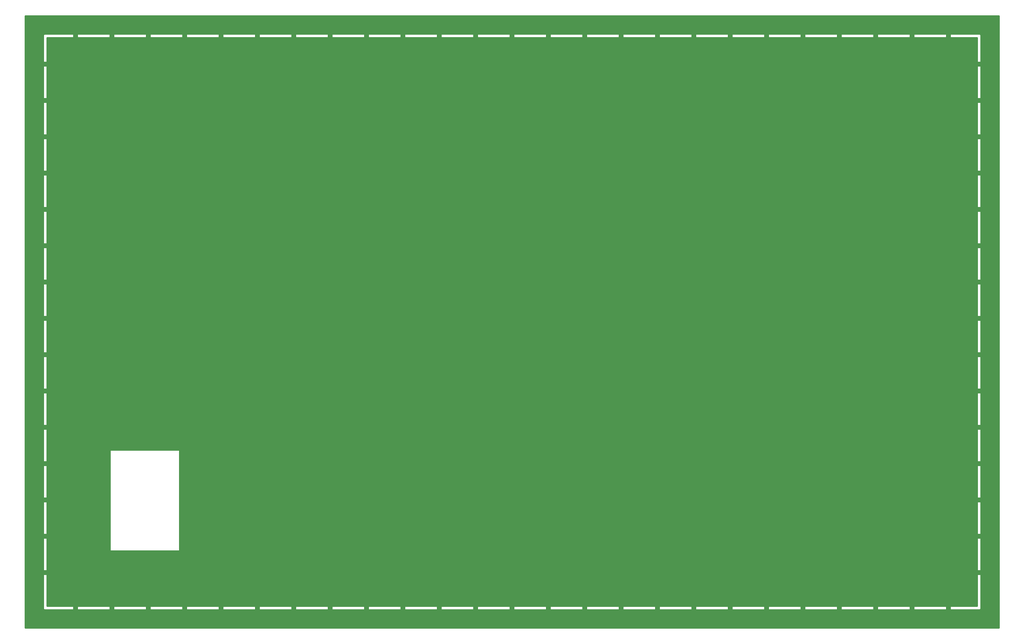
<source format=gbl>
G75*
G70*
%OFA0B0*%
%FSLAX24Y24*%
%IPPOS*%
%LPD*%
%AMOC8*
5,1,8,0,0,1.08239X$1,22.5*
%
%ADD10C,0.0100*%
%ADD11C,0.0400*%
D10*
X001800Y000800D02*
X001800Y051375D01*
X082150Y051375D01*
X082150Y000800D01*
X001800Y000800D01*
X001800Y000824D02*
X082150Y000824D01*
X082150Y000922D02*
X001800Y000922D01*
X001800Y001021D02*
X082150Y001021D01*
X082150Y001119D02*
X001800Y001119D01*
X001800Y001218D02*
X082150Y001218D01*
X082150Y001316D02*
X001800Y001316D01*
X001800Y001415D02*
X082150Y001415D01*
X082150Y001513D02*
X001800Y001513D01*
X001800Y001612D02*
X082150Y001612D01*
X082150Y001710D02*
X001800Y001710D01*
X001800Y001809D02*
X082150Y001809D01*
X082150Y001907D02*
X001800Y001907D01*
X001800Y002006D02*
X082150Y002006D01*
X082150Y002104D02*
X001800Y002104D01*
X001800Y002203D02*
X082150Y002203D01*
X082150Y002301D02*
X080563Y002301D01*
X080562Y002300D02*
X080650Y002388D01*
X080650Y049787D01*
X080562Y049875D01*
X003388Y049875D01*
X003300Y049787D01*
X003300Y049663D01*
X003300Y002388D01*
X003388Y002300D01*
X080562Y002300D01*
X080650Y002400D02*
X082150Y002400D01*
X082150Y002498D02*
X080650Y002498D01*
X080650Y002597D02*
X082150Y002597D01*
X082150Y002695D02*
X080650Y002695D01*
X080650Y002794D02*
X082150Y002794D01*
X082150Y002892D02*
X080650Y002892D01*
X080650Y002991D02*
X082150Y002991D01*
X082150Y003089D02*
X080650Y003089D01*
X080650Y003188D02*
X082150Y003188D01*
X082150Y003286D02*
X080650Y003286D01*
X080650Y003385D02*
X082150Y003385D01*
X082150Y003483D02*
X080650Y003483D01*
X080650Y003582D02*
X082150Y003582D01*
X082150Y003680D02*
X080650Y003680D01*
X080650Y003779D02*
X082150Y003779D01*
X082150Y003877D02*
X080650Y003877D01*
X080650Y003976D02*
X082150Y003976D01*
X082150Y004074D02*
X080650Y004074D01*
X080650Y004173D02*
X082150Y004173D01*
X082150Y004271D02*
X080650Y004271D01*
X080650Y004370D02*
X082150Y004370D01*
X082150Y004468D02*
X080650Y004468D01*
X080650Y004567D02*
X082150Y004567D01*
X082150Y004665D02*
X080650Y004665D01*
X080650Y004764D02*
X082150Y004764D01*
X082150Y004862D02*
X080650Y004862D01*
X080650Y004961D02*
X082150Y004961D01*
X082150Y005059D02*
X080650Y005059D01*
X080650Y005158D02*
X082150Y005158D01*
X082150Y005256D02*
X080650Y005256D01*
X080650Y005355D02*
X082150Y005355D01*
X082150Y005453D02*
X080650Y005453D01*
X080650Y005552D02*
X082150Y005552D01*
X082150Y005650D02*
X080650Y005650D01*
X080650Y005749D02*
X082150Y005749D01*
X082150Y005847D02*
X080650Y005847D01*
X080650Y005946D02*
X082150Y005946D01*
X082150Y006044D02*
X080650Y006044D01*
X080650Y006143D02*
X082150Y006143D01*
X082150Y006241D02*
X080650Y006241D01*
X080650Y006340D02*
X082150Y006340D01*
X082150Y006438D02*
X080650Y006438D01*
X080650Y006537D02*
X082150Y006537D01*
X082150Y006635D02*
X080650Y006635D01*
X080650Y006734D02*
X082150Y006734D01*
X082150Y006832D02*
X080650Y006832D01*
X080650Y006931D02*
X082150Y006931D01*
X082150Y007029D02*
X080650Y007029D01*
X080650Y007128D02*
X082150Y007128D01*
X082150Y007226D02*
X080650Y007226D01*
X080650Y007325D02*
X082150Y007325D01*
X082150Y007423D02*
X080650Y007423D01*
X080650Y007522D02*
X082150Y007522D01*
X082150Y007620D02*
X080650Y007620D01*
X080650Y007719D02*
X082150Y007719D01*
X082150Y007817D02*
X080650Y007817D01*
X080650Y007916D02*
X082150Y007916D01*
X082150Y008014D02*
X080650Y008014D01*
X080650Y008113D02*
X082150Y008113D01*
X082150Y008211D02*
X080650Y008211D01*
X080650Y008310D02*
X082150Y008310D01*
X082150Y008408D02*
X080650Y008408D01*
X080650Y008507D02*
X082150Y008507D01*
X082150Y008605D02*
X080650Y008605D01*
X080650Y008704D02*
X082150Y008704D01*
X082150Y008802D02*
X080650Y008802D01*
X080650Y008901D02*
X082150Y008901D01*
X082150Y008999D02*
X080650Y008999D01*
X080650Y009098D02*
X082150Y009098D01*
X082150Y009196D02*
X080650Y009196D01*
X080650Y009295D02*
X082150Y009295D01*
X082150Y009393D02*
X080650Y009393D01*
X080650Y009492D02*
X082150Y009492D01*
X082150Y009590D02*
X080650Y009590D01*
X080650Y009689D02*
X082150Y009689D01*
X082150Y009787D02*
X080650Y009787D01*
X080650Y009886D02*
X082150Y009886D01*
X082150Y009984D02*
X080650Y009984D01*
X080650Y010083D02*
X082150Y010083D01*
X082150Y010181D02*
X080650Y010181D01*
X080650Y010280D02*
X082150Y010280D01*
X082150Y010378D02*
X080650Y010378D01*
X080650Y010477D02*
X082150Y010477D01*
X082150Y010575D02*
X080650Y010575D01*
X080650Y010674D02*
X082150Y010674D01*
X082150Y010772D02*
X080650Y010772D01*
X080650Y010871D02*
X082150Y010871D01*
X082150Y010969D02*
X080650Y010969D01*
X080650Y011068D02*
X082150Y011068D01*
X082150Y011166D02*
X080650Y011166D01*
X080650Y011265D02*
X082150Y011265D01*
X082150Y011363D02*
X080650Y011363D01*
X080650Y011462D02*
X082150Y011462D01*
X082150Y011560D02*
X080650Y011560D01*
X080650Y011659D02*
X082150Y011659D01*
X082150Y011757D02*
X080650Y011757D01*
X080650Y011856D02*
X082150Y011856D01*
X082150Y011954D02*
X080650Y011954D01*
X080650Y012053D02*
X082150Y012053D01*
X082150Y012151D02*
X080650Y012151D01*
X080650Y012250D02*
X082150Y012250D01*
X082150Y012348D02*
X080650Y012348D01*
X080650Y012447D02*
X082150Y012447D01*
X082150Y012545D02*
X080650Y012545D01*
X080650Y012644D02*
X082150Y012644D01*
X082150Y012742D02*
X080650Y012742D01*
X080650Y012841D02*
X082150Y012841D01*
X082150Y012939D02*
X080650Y012939D01*
X080650Y013038D02*
X082150Y013038D01*
X082150Y013136D02*
X080650Y013136D01*
X080650Y013235D02*
X082150Y013235D01*
X082150Y013333D02*
X080650Y013333D01*
X080650Y013432D02*
X082150Y013432D01*
X082150Y013530D02*
X080650Y013530D01*
X080650Y013629D02*
X082150Y013629D01*
X082150Y013727D02*
X080650Y013727D01*
X080650Y013826D02*
X082150Y013826D01*
X082150Y013924D02*
X080650Y013924D01*
X080650Y014023D02*
X082150Y014023D01*
X082150Y014121D02*
X080650Y014121D01*
X080650Y014220D02*
X082150Y014220D01*
X082150Y014318D02*
X080650Y014318D01*
X080650Y014417D02*
X082150Y014417D01*
X082150Y014515D02*
X080650Y014515D01*
X080650Y014614D02*
X082150Y014614D01*
X082150Y014712D02*
X080650Y014712D01*
X080650Y014811D02*
X082150Y014811D01*
X082150Y014909D02*
X080650Y014909D01*
X080650Y015008D02*
X082150Y015008D01*
X082150Y015106D02*
X080650Y015106D01*
X080650Y015205D02*
X082150Y015205D01*
X082150Y015303D02*
X080650Y015303D01*
X080650Y015402D02*
X082150Y015402D01*
X082150Y015500D02*
X080650Y015500D01*
X080650Y015599D02*
X082150Y015599D01*
X082150Y015697D02*
X080650Y015697D01*
X080650Y015796D02*
X082150Y015796D01*
X082150Y015894D02*
X080650Y015894D01*
X080650Y015993D02*
X082150Y015993D01*
X082150Y016091D02*
X080650Y016091D01*
X080650Y016190D02*
X082150Y016190D01*
X082150Y016288D02*
X080650Y016288D01*
X080650Y016387D02*
X082150Y016387D01*
X082150Y016485D02*
X080650Y016485D01*
X080650Y016584D02*
X082150Y016584D01*
X082150Y016682D02*
X080650Y016682D01*
X080650Y016781D02*
X082150Y016781D01*
X082150Y016879D02*
X080650Y016879D01*
X080650Y016978D02*
X082150Y016978D01*
X082150Y017076D02*
X080650Y017076D01*
X080650Y017175D02*
X082150Y017175D01*
X082150Y017273D02*
X080650Y017273D01*
X080650Y017372D02*
X082150Y017372D01*
X082150Y017470D02*
X080650Y017470D01*
X080650Y017569D02*
X082150Y017569D01*
X082150Y017667D02*
X080650Y017667D01*
X080650Y017766D02*
X082150Y017766D01*
X082150Y017864D02*
X080650Y017864D01*
X080650Y017963D02*
X082150Y017963D01*
X082150Y018061D02*
X080650Y018061D01*
X080650Y018160D02*
X082150Y018160D01*
X082150Y018258D02*
X080650Y018258D01*
X080650Y018357D02*
X082150Y018357D01*
X082150Y018455D02*
X080650Y018455D01*
X080650Y018554D02*
X082150Y018554D01*
X082150Y018652D02*
X080650Y018652D01*
X080650Y018751D02*
X082150Y018751D01*
X082150Y018849D02*
X080650Y018849D01*
X080650Y018948D02*
X082150Y018948D01*
X082150Y019046D02*
X080650Y019046D01*
X080650Y019145D02*
X082150Y019145D01*
X082150Y019243D02*
X080650Y019243D01*
X080650Y019342D02*
X082150Y019342D01*
X082150Y019440D02*
X080650Y019440D01*
X080650Y019539D02*
X082150Y019539D01*
X082150Y019637D02*
X080650Y019637D01*
X080650Y019736D02*
X082150Y019736D01*
X082150Y019834D02*
X080650Y019834D01*
X080650Y019933D02*
X082150Y019933D01*
X082150Y020031D02*
X080650Y020031D01*
X080650Y020130D02*
X082150Y020130D01*
X082150Y020228D02*
X080650Y020228D01*
X080650Y020327D02*
X082150Y020327D01*
X082150Y020425D02*
X080650Y020425D01*
X080650Y020524D02*
X082150Y020524D01*
X082150Y020622D02*
X080650Y020622D01*
X080650Y020721D02*
X082150Y020721D01*
X082150Y020819D02*
X080650Y020819D01*
X080650Y020918D02*
X082150Y020918D01*
X082150Y021016D02*
X080650Y021016D01*
X080650Y021115D02*
X082150Y021115D01*
X082150Y021213D02*
X080650Y021213D01*
X080650Y021312D02*
X082150Y021312D01*
X082150Y021410D02*
X080650Y021410D01*
X080650Y021509D02*
X082150Y021509D01*
X082150Y021607D02*
X080650Y021607D01*
X080650Y021706D02*
X082150Y021706D01*
X082150Y021804D02*
X080650Y021804D01*
X080650Y021903D02*
X082150Y021903D01*
X082150Y022001D02*
X080650Y022001D01*
X080650Y022100D02*
X082150Y022100D01*
X082150Y022198D02*
X080650Y022198D01*
X080650Y022297D02*
X082150Y022297D01*
X082150Y022395D02*
X080650Y022395D01*
X080650Y022494D02*
X082150Y022494D01*
X082150Y022592D02*
X080650Y022592D01*
X080650Y022691D02*
X082150Y022691D01*
X082150Y022789D02*
X080650Y022789D01*
X080650Y022888D02*
X082150Y022888D01*
X082150Y022986D02*
X080650Y022986D01*
X080650Y023085D02*
X082150Y023085D01*
X082150Y023183D02*
X080650Y023183D01*
X080650Y023282D02*
X082150Y023282D01*
X082150Y023380D02*
X080650Y023380D01*
X080650Y023479D02*
X082150Y023479D01*
X082150Y023577D02*
X080650Y023577D01*
X080650Y023676D02*
X082150Y023676D01*
X082150Y023774D02*
X080650Y023774D01*
X080650Y023873D02*
X082150Y023873D01*
X082150Y023971D02*
X080650Y023971D01*
X080650Y024070D02*
X082150Y024070D01*
X082150Y024168D02*
X080650Y024168D01*
X080650Y024267D02*
X082150Y024267D01*
X082150Y024365D02*
X080650Y024365D01*
X080650Y024464D02*
X082150Y024464D01*
X082150Y024562D02*
X080650Y024562D01*
X080650Y024661D02*
X082150Y024661D01*
X082150Y024759D02*
X080650Y024759D01*
X080650Y024858D02*
X082150Y024858D01*
X082150Y024956D02*
X080650Y024956D01*
X080650Y025055D02*
X082150Y025055D01*
X082150Y025153D02*
X080650Y025153D01*
X080650Y025252D02*
X082150Y025252D01*
X082150Y025350D02*
X080650Y025350D01*
X080650Y025449D02*
X082150Y025449D01*
X082150Y025547D02*
X080650Y025547D01*
X080650Y025646D02*
X082150Y025646D01*
X082150Y025744D02*
X080650Y025744D01*
X080650Y025843D02*
X082150Y025843D01*
X082150Y025941D02*
X080650Y025941D01*
X080650Y026040D02*
X082150Y026040D01*
X082150Y026138D02*
X080650Y026138D01*
X080650Y026237D02*
X082150Y026237D01*
X082150Y026335D02*
X080650Y026335D01*
X080650Y026434D02*
X082150Y026434D01*
X082150Y026532D02*
X080650Y026532D01*
X080650Y026631D02*
X082150Y026631D01*
X082150Y026729D02*
X080650Y026729D01*
X080650Y026828D02*
X082150Y026828D01*
X082150Y026926D02*
X080650Y026926D01*
X080650Y027025D02*
X082150Y027025D01*
X082150Y027123D02*
X080650Y027123D01*
X080650Y027222D02*
X082150Y027222D01*
X082150Y027320D02*
X080650Y027320D01*
X080650Y027419D02*
X082150Y027419D01*
X082150Y027517D02*
X080650Y027517D01*
X080650Y027616D02*
X082150Y027616D01*
X082150Y027714D02*
X080650Y027714D01*
X080650Y027813D02*
X082150Y027813D01*
X082150Y027911D02*
X080650Y027911D01*
X080650Y028010D02*
X082150Y028010D01*
X082150Y028108D02*
X080650Y028108D01*
X080650Y028207D02*
X082150Y028207D01*
X082150Y028305D02*
X080650Y028305D01*
X080650Y028404D02*
X082150Y028404D01*
X082150Y028502D02*
X080650Y028502D01*
X080650Y028601D02*
X082150Y028601D01*
X082150Y028699D02*
X080650Y028699D01*
X080650Y028798D02*
X082150Y028798D01*
X082150Y028896D02*
X080650Y028896D01*
X080650Y028995D02*
X082150Y028995D01*
X082150Y029093D02*
X080650Y029093D01*
X080650Y029192D02*
X082150Y029192D01*
X082150Y029290D02*
X080650Y029290D01*
X080650Y029389D02*
X082150Y029389D01*
X082150Y029487D02*
X080650Y029487D01*
X080650Y029586D02*
X082150Y029586D01*
X082150Y029684D02*
X080650Y029684D01*
X080650Y029783D02*
X082150Y029783D01*
X082150Y029881D02*
X080650Y029881D01*
X080650Y029980D02*
X082150Y029980D01*
X082150Y030078D02*
X080650Y030078D01*
X080650Y030177D02*
X082150Y030177D01*
X082150Y030275D02*
X080650Y030275D01*
X080650Y030374D02*
X082150Y030374D01*
X082150Y030472D02*
X080650Y030472D01*
X080650Y030571D02*
X082150Y030571D01*
X082150Y030669D02*
X080650Y030669D01*
X080650Y030768D02*
X082150Y030768D01*
X082150Y030866D02*
X080650Y030866D01*
X080650Y030965D02*
X082150Y030965D01*
X082150Y031063D02*
X080650Y031063D01*
X080650Y031162D02*
X082150Y031162D01*
X082150Y031260D02*
X080650Y031260D01*
X080650Y031359D02*
X082150Y031359D01*
X082150Y031457D02*
X080650Y031457D01*
X080650Y031556D02*
X082150Y031556D01*
X082150Y031654D02*
X080650Y031654D01*
X080650Y031753D02*
X082150Y031753D01*
X082150Y031851D02*
X080650Y031851D01*
X080650Y031950D02*
X082150Y031950D01*
X082150Y032048D02*
X080650Y032048D01*
X080650Y032147D02*
X082150Y032147D01*
X082150Y032245D02*
X080650Y032245D01*
X080650Y032344D02*
X082150Y032344D01*
X082150Y032442D02*
X080650Y032442D01*
X080650Y032541D02*
X082150Y032541D01*
X082150Y032639D02*
X080650Y032639D01*
X080650Y032738D02*
X082150Y032738D01*
X082150Y032836D02*
X080650Y032836D01*
X080650Y032935D02*
X082150Y032935D01*
X082150Y033033D02*
X080650Y033033D01*
X080650Y033132D02*
X082150Y033132D01*
X082150Y033230D02*
X080650Y033230D01*
X080650Y033329D02*
X082150Y033329D01*
X082150Y033427D02*
X080650Y033427D01*
X080650Y033526D02*
X082150Y033526D01*
X082150Y033624D02*
X080650Y033624D01*
X080650Y033723D02*
X082150Y033723D01*
X082150Y033821D02*
X080650Y033821D01*
X080650Y033920D02*
X082150Y033920D01*
X082150Y034018D02*
X080650Y034018D01*
X080650Y034117D02*
X082150Y034117D01*
X082150Y034215D02*
X080650Y034215D01*
X080650Y034314D02*
X082150Y034314D01*
X082150Y034412D02*
X080650Y034412D01*
X080650Y034511D02*
X082150Y034511D01*
X082150Y034609D02*
X080650Y034609D01*
X080650Y034708D02*
X082150Y034708D01*
X082150Y034806D02*
X080650Y034806D01*
X080650Y034905D02*
X082150Y034905D01*
X082150Y035003D02*
X080650Y035003D01*
X080650Y035102D02*
X082150Y035102D01*
X082150Y035200D02*
X080650Y035200D01*
X080650Y035299D02*
X082150Y035299D01*
X082150Y035397D02*
X080650Y035397D01*
X080650Y035496D02*
X082150Y035496D01*
X082150Y035594D02*
X080650Y035594D01*
X080650Y035693D02*
X082150Y035693D01*
X082150Y035791D02*
X080650Y035791D01*
X080650Y035890D02*
X082150Y035890D01*
X082150Y035988D02*
X080650Y035988D01*
X080650Y036087D02*
X082150Y036087D01*
X082150Y036185D02*
X080650Y036185D01*
X080650Y036284D02*
X082150Y036284D01*
X082150Y036382D02*
X080650Y036382D01*
X080650Y036481D02*
X082150Y036481D01*
X082150Y036579D02*
X080650Y036579D01*
X080650Y036678D02*
X082150Y036678D01*
X082150Y036776D02*
X080650Y036776D01*
X080650Y036875D02*
X082150Y036875D01*
X082150Y036973D02*
X080650Y036973D01*
X080650Y037072D02*
X082150Y037072D01*
X082150Y037170D02*
X080650Y037170D01*
X080650Y037269D02*
X082150Y037269D01*
X082150Y037367D02*
X080650Y037367D01*
X080650Y037466D02*
X082150Y037466D01*
X082150Y037564D02*
X080650Y037564D01*
X080650Y037663D02*
X082150Y037663D01*
X082150Y037761D02*
X080650Y037761D01*
X080650Y037860D02*
X082150Y037860D01*
X082150Y037958D02*
X080650Y037958D01*
X080650Y038057D02*
X082150Y038057D01*
X082150Y038155D02*
X080650Y038155D01*
X080650Y038254D02*
X082150Y038254D01*
X082150Y038352D02*
X080650Y038352D01*
X080650Y038451D02*
X082150Y038451D01*
X082150Y038549D02*
X080650Y038549D01*
X080650Y038648D02*
X082150Y038648D01*
X082150Y038746D02*
X080650Y038746D01*
X080650Y038845D02*
X082150Y038845D01*
X082150Y038943D02*
X080650Y038943D01*
X080650Y039042D02*
X082150Y039042D01*
X082150Y039140D02*
X080650Y039140D01*
X080650Y039239D02*
X082150Y039239D01*
X082150Y039337D02*
X080650Y039337D01*
X080650Y039436D02*
X082150Y039436D01*
X082150Y039534D02*
X080650Y039534D01*
X080650Y039633D02*
X082150Y039633D01*
X082150Y039731D02*
X080650Y039731D01*
X080650Y039830D02*
X082150Y039830D01*
X082150Y039928D02*
X080650Y039928D01*
X080650Y040027D02*
X082150Y040027D01*
X082150Y040125D02*
X080650Y040125D01*
X080650Y040224D02*
X082150Y040224D01*
X082150Y040322D02*
X080650Y040322D01*
X080650Y040421D02*
X082150Y040421D01*
X082150Y040519D02*
X080650Y040519D01*
X080650Y040618D02*
X082150Y040618D01*
X082150Y040716D02*
X080650Y040716D01*
X080650Y040815D02*
X082150Y040815D01*
X082150Y040913D02*
X080650Y040913D01*
X080650Y041012D02*
X082150Y041012D01*
X082150Y041110D02*
X080650Y041110D01*
X080650Y041209D02*
X082150Y041209D01*
X082150Y041307D02*
X080650Y041307D01*
X080650Y041406D02*
X082150Y041406D01*
X082150Y041504D02*
X080650Y041504D01*
X080650Y041603D02*
X082150Y041603D01*
X082150Y041701D02*
X080650Y041701D01*
X080650Y041800D02*
X082150Y041800D01*
X082150Y041898D02*
X080650Y041898D01*
X080650Y041997D02*
X082150Y041997D01*
X082150Y042095D02*
X080650Y042095D01*
X080650Y042194D02*
X082150Y042194D01*
X082150Y042292D02*
X080650Y042292D01*
X080650Y042391D02*
X082150Y042391D01*
X082150Y042489D02*
X080650Y042489D01*
X080650Y042588D02*
X082150Y042588D01*
X082150Y042686D02*
X080650Y042686D01*
X080650Y042785D02*
X082150Y042785D01*
X082150Y042883D02*
X080650Y042883D01*
X080650Y042982D02*
X082150Y042982D01*
X082150Y043080D02*
X080650Y043080D01*
X080650Y043179D02*
X082150Y043179D01*
X082150Y043277D02*
X080650Y043277D01*
X080650Y043376D02*
X082150Y043376D01*
X082150Y043474D02*
X080650Y043474D01*
X080650Y043573D02*
X082150Y043573D01*
X082150Y043671D02*
X080650Y043671D01*
X080650Y043770D02*
X082150Y043770D01*
X082150Y043868D02*
X080650Y043868D01*
X080650Y043967D02*
X082150Y043967D01*
X082150Y044065D02*
X080650Y044065D01*
X080650Y044164D02*
X082150Y044164D01*
X082150Y044262D02*
X080650Y044262D01*
X080650Y044361D02*
X082150Y044361D01*
X082150Y044459D02*
X080650Y044459D01*
X080650Y044558D02*
X082150Y044558D01*
X082150Y044656D02*
X080650Y044656D01*
X080650Y044755D02*
X082150Y044755D01*
X082150Y044853D02*
X080650Y044853D01*
X080650Y044952D02*
X082150Y044952D01*
X082150Y045050D02*
X080650Y045050D01*
X080650Y045149D02*
X082150Y045149D01*
X082150Y045247D02*
X080650Y045247D01*
X080650Y045346D02*
X082150Y045346D01*
X082150Y045444D02*
X080650Y045444D01*
X080650Y045543D02*
X082150Y045543D01*
X082150Y045641D02*
X080650Y045641D01*
X080650Y045740D02*
X082150Y045740D01*
X082150Y045838D02*
X080650Y045838D01*
X080650Y045937D02*
X082150Y045937D01*
X082150Y046035D02*
X080650Y046035D01*
X080650Y046134D02*
X082150Y046134D01*
X082150Y046232D02*
X080650Y046232D01*
X080650Y046331D02*
X082150Y046331D01*
X082150Y046429D02*
X080650Y046429D01*
X080650Y046528D02*
X082150Y046528D01*
X082150Y046626D02*
X080650Y046626D01*
X080650Y046725D02*
X082150Y046725D01*
X082150Y046823D02*
X080650Y046823D01*
X080650Y046922D02*
X082150Y046922D01*
X082150Y047020D02*
X080650Y047020D01*
X080650Y047119D02*
X082150Y047119D01*
X082150Y047217D02*
X080650Y047217D01*
X080650Y047316D02*
X082150Y047316D01*
X082150Y047414D02*
X080650Y047414D01*
X080650Y047513D02*
X082150Y047513D01*
X082150Y047611D02*
X080650Y047611D01*
X080650Y047710D02*
X082150Y047710D01*
X082150Y047808D02*
X080650Y047808D01*
X080650Y047907D02*
X082150Y047907D01*
X082150Y048005D02*
X080650Y048005D01*
X080650Y048104D02*
X082150Y048104D01*
X082150Y048202D02*
X080650Y048202D01*
X080650Y048301D02*
X082150Y048301D01*
X082150Y048399D02*
X080650Y048399D01*
X080650Y048498D02*
X082150Y048498D01*
X082150Y048596D02*
X080650Y048596D01*
X080650Y048695D02*
X082150Y048695D01*
X082150Y048793D02*
X080650Y048793D01*
X080650Y048892D02*
X082150Y048892D01*
X082150Y048990D02*
X080650Y048990D01*
X080650Y049089D02*
X082150Y049089D01*
X082150Y049187D02*
X080650Y049187D01*
X080650Y049286D02*
X082150Y049286D01*
X082150Y049384D02*
X080650Y049384D01*
X080650Y049483D02*
X082150Y049483D01*
X082150Y049581D02*
X080650Y049581D01*
X080650Y049680D02*
X082150Y049680D01*
X082150Y049778D02*
X080650Y049778D01*
X080350Y049575D02*
X080350Y002600D01*
X003600Y002600D01*
X003600Y049575D01*
X080350Y049575D01*
X080350Y049483D02*
X003600Y049483D01*
X003600Y049384D02*
X080350Y049384D01*
X080350Y049286D02*
X003600Y049286D01*
X003600Y049187D02*
X080350Y049187D01*
X080350Y049089D02*
X003600Y049089D01*
X003600Y048990D02*
X080350Y048990D01*
X080350Y048892D02*
X003600Y048892D01*
X003600Y048793D02*
X080350Y048793D01*
X080350Y048695D02*
X003600Y048695D01*
X003600Y048596D02*
X080350Y048596D01*
X080350Y048498D02*
X003600Y048498D01*
X003600Y048399D02*
X080350Y048399D01*
X080350Y048301D02*
X003600Y048301D01*
X003600Y048202D02*
X080350Y048202D01*
X080350Y048104D02*
X003600Y048104D01*
X003600Y048005D02*
X080350Y048005D01*
X080350Y047907D02*
X003600Y047907D01*
X003600Y047808D02*
X080350Y047808D01*
X080350Y047710D02*
X003600Y047710D01*
X003600Y047611D02*
X080350Y047611D01*
X080350Y047513D02*
X003600Y047513D01*
X003600Y047414D02*
X080350Y047414D01*
X080350Y047316D02*
X003600Y047316D01*
X003600Y047217D02*
X080350Y047217D01*
X080350Y047119D02*
X003600Y047119D01*
X003600Y047020D02*
X080350Y047020D01*
X080350Y046922D02*
X003600Y046922D01*
X003600Y046823D02*
X080350Y046823D01*
X080350Y046725D02*
X003600Y046725D01*
X003600Y046626D02*
X080350Y046626D01*
X080350Y046528D02*
X003600Y046528D01*
X003600Y046429D02*
X080350Y046429D01*
X080350Y046331D02*
X003600Y046331D01*
X003600Y046232D02*
X080350Y046232D01*
X080350Y046134D02*
X003600Y046134D01*
X003600Y046035D02*
X080350Y046035D01*
X080350Y045937D02*
X003600Y045937D01*
X003600Y045838D02*
X080350Y045838D01*
X080350Y045740D02*
X003600Y045740D01*
X003600Y045641D02*
X080350Y045641D01*
X080350Y045543D02*
X003600Y045543D01*
X003600Y045444D02*
X080350Y045444D01*
X080350Y045346D02*
X003600Y045346D01*
X003600Y045247D02*
X080350Y045247D01*
X080350Y045149D02*
X003600Y045149D01*
X003600Y045050D02*
X080350Y045050D01*
X080350Y044952D02*
X003600Y044952D01*
X003600Y044853D02*
X080350Y044853D01*
X080350Y044755D02*
X003600Y044755D01*
X003600Y044656D02*
X080350Y044656D01*
X080350Y044558D02*
X003600Y044558D01*
X003600Y044459D02*
X080350Y044459D01*
X080350Y044361D02*
X003600Y044361D01*
X003600Y044262D02*
X080350Y044262D01*
X080350Y044164D02*
X003600Y044164D01*
X003600Y044065D02*
X080350Y044065D01*
X080350Y043967D02*
X003600Y043967D01*
X003600Y043868D02*
X080350Y043868D01*
X080350Y043770D02*
X003600Y043770D01*
X003600Y043671D02*
X080350Y043671D01*
X080350Y043573D02*
X003600Y043573D01*
X003600Y043474D02*
X080350Y043474D01*
X080350Y043376D02*
X003600Y043376D01*
X003600Y043277D02*
X080350Y043277D01*
X080350Y043179D02*
X003600Y043179D01*
X003600Y043080D02*
X080350Y043080D01*
X080350Y042982D02*
X003600Y042982D01*
X003600Y042883D02*
X080350Y042883D01*
X080350Y042785D02*
X003600Y042785D01*
X003600Y042686D02*
X080350Y042686D01*
X080350Y042588D02*
X003600Y042588D01*
X003600Y042489D02*
X080350Y042489D01*
X080350Y042391D02*
X003600Y042391D01*
X003600Y042292D02*
X080350Y042292D01*
X080350Y042194D02*
X003600Y042194D01*
X003600Y042095D02*
X080350Y042095D01*
X080350Y041997D02*
X003600Y041997D01*
X003600Y041898D02*
X080350Y041898D01*
X080350Y041800D02*
X003600Y041800D01*
X003600Y041701D02*
X080350Y041701D01*
X080350Y041603D02*
X003600Y041603D01*
X003600Y041504D02*
X080350Y041504D01*
X080350Y041406D02*
X003600Y041406D01*
X003600Y041307D02*
X080350Y041307D01*
X080350Y041209D02*
X003600Y041209D01*
X003600Y041110D02*
X080350Y041110D01*
X080350Y041012D02*
X003600Y041012D01*
X003600Y040913D02*
X080350Y040913D01*
X080350Y040815D02*
X003600Y040815D01*
X003600Y040716D02*
X080350Y040716D01*
X080350Y040618D02*
X003600Y040618D01*
X003600Y040519D02*
X080350Y040519D01*
X080350Y040421D02*
X003600Y040421D01*
X003600Y040322D02*
X080350Y040322D01*
X080350Y040224D02*
X003600Y040224D01*
X003600Y040125D02*
X080350Y040125D01*
X080350Y040027D02*
X003600Y040027D01*
X003600Y039928D02*
X080350Y039928D01*
X080350Y039830D02*
X003600Y039830D01*
X003600Y039731D02*
X080350Y039731D01*
X080350Y039633D02*
X003600Y039633D01*
X003600Y039534D02*
X080350Y039534D01*
X080350Y039436D02*
X003600Y039436D01*
X003600Y039337D02*
X080350Y039337D01*
X080350Y039239D02*
X003600Y039239D01*
X003600Y039140D02*
X080350Y039140D01*
X080350Y039042D02*
X003600Y039042D01*
X003600Y038943D02*
X080350Y038943D01*
X080350Y038845D02*
X003600Y038845D01*
X003600Y038746D02*
X080350Y038746D01*
X080350Y038648D02*
X003600Y038648D01*
X003600Y038549D02*
X080350Y038549D01*
X080350Y038451D02*
X003600Y038451D01*
X003600Y038352D02*
X080350Y038352D01*
X080350Y038254D02*
X003600Y038254D01*
X003600Y038155D02*
X080350Y038155D01*
X080350Y038057D02*
X003600Y038057D01*
X003600Y037958D02*
X080350Y037958D01*
X080350Y037860D02*
X003600Y037860D01*
X003600Y037761D02*
X080350Y037761D01*
X080350Y037663D02*
X003600Y037663D01*
X003600Y037564D02*
X080350Y037564D01*
X080350Y037466D02*
X003600Y037466D01*
X003600Y037367D02*
X080350Y037367D01*
X080350Y037269D02*
X003600Y037269D01*
X003600Y037170D02*
X080350Y037170D01*
X080350Y037072D02*
X003600Y037072D01*
X003600Y036973D02*
X080350Y036973D01*
X080350Y036875D02*
X003600Y036875D01*
X003600Y036776D02*
X080350Y036776D01*
X080350Y036678D02*
X003600Y036678D01*
X003600Y036579D02*
X080350Y036579D01*
X080350Y036481D02*
X003600Y036481D01*
X003600Y036382D02*
X080350Y036382D01*
X080350Y036284D02*
X003600Y036284D01*
X003600Y036185D02*
X080350Y036185D01*
X080350Y036087D02*
X003600Y036087D01*
X003600Y035988D02*
X080350Y035988D01*
X080350Y035890D02*
X003600Y035890D01*
X003600Y035791D02*
X080350Y035791D01*
X080350Y035693D02*
X003600Y035693D01*
X003600Y035594D02*
X080350Y035594D01*
X080350Y035496D02*
X003600Y035496D01*
X003600Y035397D02*
X080350Y035397D01*
X080350Y035299D02*
X003600Y035299D01*
X003600Y035200D02*
X080350Y035200D01*
X080350Y035102D02*
X003600Y035102D01*
X003600Y035003D02*
X080350Y035003D01*
X080350Y034905D02*
X003600Y034905D01*
X003600Y034806D02*
X080350Y034806D01*
X080350Y034708D02*
X003600Y034708D01*
X003600Y034609D02*
X080350Y034609D01*
X080350Y034511D02*
X003600Y034511D01*
X003600Y034412D02*
X080350Y034412D01*
X080350Y034314D02*
X003600Y034314D01*
X003600Y034215D02*
X080350Y034215D01*
X080350Y034117D02*
X003600Y034117D01*
X003600Y034018D02*
X080350Y034018D01*
X080350Y033920D02*
X003600Y033920D01*
X003600Y033821D02*
X080350Y033821D01*
X080350Y033723D02*
X003600Y033723D01*
X003600Y033624D02*
X080350Y033624D01*
X080350Y033526D02*
X003600Y033526D01*
X003600Y033427D02*
X080350Y033427D01*
X080350Y033329D02*
X003600Y033329D01*
X003600Y033230D02*
X080350Y033230D01*
X080350Y033132D02*
X003600Y033132D01*
X003600Y033033D02*
X080350Y033033D01*
X080350Y032935D02*
X003600Y032935D01*
X003600Y032836D02*
X080350Y032836D01*
X080350Y032738D02*
X003600Y032738D01*
X003600Y032639D02*
X080350Y032639D01*
X080350Y032541D02*
X003600Y032541D01*
X003600Y032442D02*
X080350Y032442D01*
X080350Y032344D02*
X003600Y032344D01*
X003600Y032245D02*
X080350Y032245D01*
X080350Y032147D02*
X003600Y032147D01*
X003600Y032048D02*
X080350Y032048D01*
X080350Y031950D02*
X003600Y031950D01*
X003600Y031851D02*
X080350Y031851D01*
X080350Y031753D02*
X003600Y031753D01*
X003600Y031654D02*
X080350Y031654D01*
X080350Y031556D02*
X003600Y031556D01*
X003600Y031457D02*
X080350Y031457D01*
X080350Y031359D02*
X003600Y031359D01*
X003600Y031260D02*
X080350Y031260D01*
X080350Y031162D02*
X003600Y031162D01*
X003600Y031063D02*
X080350Y031063D01*
X080350Y030965D02*
X003600Y030965D01*
X003600Y030866D02*
X080350Y030866D01*
X080350Y030768D02*
X003600Y030768D01*
X003600Y030669D02*
X080350Y030669D01*
X080350Y030571D02*
X003600Y030571D01*
X003600Y030472D02*
X080350Y030472D01*
X080350Y030374D02*
X003600Y030374D01*
X003600Y030275D02*
X080350Y030275D01*
X080350Y030177D02*
X003600Y030177D01*
X003600Y030078D02*
X080350Y030078D01*
X080350Y029980D02*
X003600Y029980D01*
X003600Y029881D02*
X080350Y029881D01*
X080350Y029783D02*
X003600Y029783D01*
X003600Y029684D02*
X080350Y029684D01*
X080350Y029586D02*
X003600Y029586D01*
X003600Y029487D02*
X080350Y029487D01*
X080350Y029389D02*
X003600Y029389D01*
X003600Y029290D02*
X080350Y029290D01*
X080350Y029192D02*
X003600Y029192D01*
X003600Y029093D02*
X080350Y029093D01*
X080350Y028995D02*
X003600Y028995D01*
X003600Y028896D02*
X080350Y028896D01*
X080350Y028798D02*
X003600Y028798D01*
X003600Y028699D02*
X080350Y028699D01*
X080350Y028601D02*
X003600Y028601D01*
X003600Y028502D02*
X080350Y028502D01*
X080350Y028404D02*
X003600Y028404D01*
X003600Y028305D02*
X080350Y028305D01*
X080350Y028207D02*
X003600Y028207D01*
X003600Y028108D02*
X080350Y028108D01*
X080350Y028010D02*
X003600Y028010D01*
X003600Y027911D02*
X080350Y027911D01*
X080350Y027813D02*
X003600Y027813D01*
X003600Y027714D02*
X080350Y027714D01*
X080350Y027616D02*
X003600Y027616D01*
X003600Y027517D02*
X080350Y027517D01*
X080350Y027419D02*
X003600Y027419D01*
X003600Y027320D02*
X080350Y027320D01*
X080350Y027222D02*
X003600Y027222D01*
X003600Y027123D02*
X080350Y027123D01*
X080350Y027025D02*
X003600Y027025D01*
X003600Y026926D02*
X080350Y026926D01*
X080350Y026828D02*
X003600Y026828D01*
X003600Y026729D02*
X080350Y026729D01*
X080350Y026631D02*
X003600Y026631D01*
X003600Y026532D02*
X080350Y026532D01*
X080350Y026434D02*
X003600Y026434D01*
X003600Y026335D02*
X080350Y026335D01*
X080350Y026237D02*
X003600Y026237D01*
X003600Y026138D02*
X080350Y026138D01*
X080350Y026040D02*
X003600Y026040D01*
X003600Y025941D02*
X080350Y025941D01*
X080350Y025843D02*
X003600Y025843D01*
X003600Y025744D02*
X080350Y025744D01*
X080350Y025646D02*
X003600Y025646D01*
X003600Y025547D02*
X080350Y025547D01*
X080350Y025449D02*
X003600Y025449D01*
X003600Y025350D02*
X080350Y025350D01*
X080350Y025252D02*
X003600Y025252D01*
X003600Y025153D02*
X080350Y025153D01*
X080350Y025055D02*
X003600Y025055D01*
X003600Y024956D02*
X080350Y024956D01*
X080350Y024858D02*
X003600Y024858D01*
X003600Y024759D02*
X080350Y024759D01*
X080350Y024661D02*
X003600Y024661D01*
X003600Y024562D02*
X080350Y024562D01*
X080350Y024464D02*
X003600Y024464D01*
X003600Y024365D02*
X080350Y024365D01*
X080350Y024267D02*
X003600Y024267D01*
X003600Y024168D02*
X080350Y024168D01*
X080350Y024070D02*
X003600Y024070D01*
X003600Y023971D02*
X080350Y023971D01*
X080350Y023873D02*
X003600Y023873D01*
X003600Y023774D02*
X080350Y023774D01*
X080350Y023676D02*
X003600Y023676D01*
X003600Y023577D02*
X080350Y023577D01*
X080350Y023479D02*
X003600Y023479D01*
X003600Y023380D02*
X080350Y023380D01*
X080350Y023282D02*
X003600Y023282D01*
X003600Y023183D02*
X080350Y023183D01*
X080350Y023085D02*
X003600Y023085D01*
X003600Y022986D02*
X080350Y022986D01*
X080350Y022888D02*
X003600Y022888D01*
X003600Y022789D02*
X080350Y022789D01*
X080350Y022691D02*
X003600Y022691D01*
X003600Y022592D02*
X080350Y022592D01*
X080350Y022494D02*
X003600Y022494D01*
X003600Y022395D02*
X080350Y022395D01*
X080350Y022297D02*
X003600Y022297D01*
X003600Y022198D02*
X080350Y022198D01*
X080350Y022100D02*
X003600Y022100D01*
X003600Y022001D02*
X080350Y022001D01*
X080350Y021903D02*
X003600Y021903D01*
X003600Y021804D02*
X080350Y021804D01*
X080350Y021706D02*
X003600Y021706D01*
X003600Y021607D02*
X080350Y021607D01*
X080350Y021509D02*
X003600Y021509D01*
X003600Y021410D02*
X080350Y021410D01*
X080350Y021312D02*
X003600Y021312D01*
X003600Y021213D02*
X080350Y021213D01*
X080350Y021115D02*
X003600Y021115D01*
X003600Y021016D02*
X080350Y021016D01*
X080350Y020918D02*
X003600Y020918D01*
X003600Y020819D02*
X080350Y020819D01*
X080350Y020721D02*
X003600Y020721D01*
X003600Y020622D02*
X080350Y020622D01*
X080350Y020524D02*
X003600Y020524D01*
X003600Y020425D02*
X080350Y020425D01*
X080350Y020327D02*
X003600Y020327D01*
X003600Y020228D02*
X080350Y020228D01*
X080350Y020130D02*
X003600Y020130D01*
X003600Y020031D02*
X080350Y020031D01*
X080350Y019933D02*
X003600Y019933D01*
X003600Y019834D02*
X080350Y019834D01*
X080350Y019736D02*
X003600Y019736D01*
X003600Y019637D02*
X080350Y019637D01*
X080350Y019539D02*
X003600Y019539D01*
X003600Y019440D02*
X080350Y019440D01*
X080350Y019342D02*
X003600Y019342D01*
X003600Y019243D02*
X080350Y019243D01*
X080350Y019145D02*
X003600Y019145D01*
X003600Y019046D02*
X080350Y019046D01*
X080350Y018948D02*
X003600Y018948D01*
X003600Y018849D02*
X080350Y018849D01*
X080350Y018751D02*
X003600Y018751D01*
X003600Y018652D02*
X080350Y018652D01*
X080350Y018554D02*
X003600Y018554D01*
X003600Y018455D02*
X080350Y018455D01*
X080350Y018357D02*
X003600Y018357D01*
X003600Y018258D02*
X080350Y018258D01*
X080350Y018160D02*
X003600Y018160D01*
X003600Y018061D02*
X080350Y018061D01*
X080350Y017963D02*
X003600Y017963D01*
X003600Y017864D02*
X080350Y017864D01*
X080350Y017766D02*
X003600Y017766D01*
X003600Y017667D02*
X080350Y017667D01*
X080350Y017569D02*
X003600Y017569D01*
X003600Y017470D02*
X080350Y017470D01*
X080350Y017372D02*
X003600Y017372D01*
X003600Y017273D02*
X080350Y017273D01*
X080350Y017175D02*
X003600Y017175D01*
X003600Y017076D02*
X080350Y017076D01*
X080350Y016978D02*
X003600Y016978D01*
X003600Y016879D02*
X080350Y016879D01*
X080350Y016781D02*
X003600Y016781D01*
X003600Y016682D02*
X080350Y016682D01*
X080350Y016584D02*
X003600Y016584D01*
X003600Y016485D02*
X080350Y016485D01*
X080350Y016387D02*
X003600Y016387D01*
X003600Y016288D02*
X080350Y016288D01*
X080350Y016190D02*
X003600Y016190D01*
X003600Y016091D02*
X080350Y016091D01*
X080350Y015993D02*
X003600Y015993D01*
X003600Y015894D02*
X080350Y015894D01*
X080350Y015796D02*
X003600Y015796D01*
X003600Y015697D02*
X080350Y015697D01*
X080350Y015599D02*
X003600Y015599D01*
X003600Y015500D02*
X008804Y015500D01*
X008800Y015496D02*
X008800Y007204D01*
X008829Y007175D01*
X014496Y007175D01*
X014525Y007204D01*
X014525Y015496D01*
X014496Y015525D01*
X008829Y015525D01*
X008800Y015496D01*
X008800Y015402D02*
X003600Y015402D01*
X003600Y015303D02*
X008800Y015303D01*
X008800Y015205D02*
X003600Y015205D01*
X003600Y015106D02*
X008800Y015106D01*
X008800Y015008D02*
X003600Y015008D01*
X003600Y014909D02*
X008800Y014909D01*
X008800Y014811D02*
X003600Y014811D01*
X003600Y014712D02*
X008800Y014712D01*
X008800Y014614D02*
X003600Y014614D01*
X003600Y014515D02*
X008800Y014515D01*
X008800Y014417D02*
X003600Y014417D01*
X003600Y014318D02*
X008800Y014318D01*
X008800Y014220D02*
X003600Y014220D01*
X003600Y014121D02*
X008800Y014121D01*
X008800Y014023D02*
X003600Y014023D01*
X003600Y013924D02*
X008800Y013924D01*
X008800Y013826D02*
X003600Y013826D01*
X003600Y013727D02*
X008800Y013727D01*
X008800Y013629D02*
X003600Y013629D01*
X003600Y013530D02*
X008800Y013530D01*
X008800Y013432D02*
X003600Y013432D01*
X003600Y013333D02*
X008800Y013333D01*
X008800Y013235D02*
X003600Y013235D01*
X003600Y013136D02*
X008800Y013136D01*
X008800Y013038D02*
X003600Y013038D01*
X003600Y012939D02*
X008800Y012939D01*
X008800Y012841D02*
X003600Y012841D01*
X003600Y012742D02*
X008800Y012742D01*
X008800Y012644D02*
X003600Y012644D01*
X003600Y012545D02*
X008800Y012545D01*
X008800Y012447D02*
X003600Y012447D01*
X003600Y012348D02*
X008800Y012348D01*
X008800Y012250D02*
X003600Y012250D01*
X003600Y012151D02*
X008800Y012151D01*
X008800Y012053D02*
X003600Y012053D01*
X003600Y011954D02*
X008800Y011954D01*
X008800Y011856D02*
X003600Y011856D01*
X003600Y011757D02*
X008800Y011757D01*
X008800Y011659D02*
X003600Y011659D01*
X003600Y011560D02*
X008800Y011560D01*
X008800Y011462D02*
X003600Y011462D01*
X003600Y011363D02*
X008800Y011363D01*
X008800Y011265D02*
X003600Y011265D01*
X003600Y011166D02*
X008800Y011166D01*
X008800Y011068D02*
X003600Y011068D01*
X003600Y010969D02*
X008800Y010969D01*
X008800Y010871D02*
X003600Y010871D01*
X003600Y010772D02*
X008800Y010772D01*
X008800Y010674D02*
X003600Y010674D01*
X003600Y010575D02*
X008800Y010575D01*
X008800Y010477D02*
X003600Y010477D01*
X003600Y010378D02*
X008800Y010378D01*
X008800Y010280D02*
X003600Y010280D01*
X003600Y010181D02*
X008800Y010181D01*
X008800Y010083D02*
X003600Y010083D01*
X003600Y009984D02*
X008800Y009984D01*
X008800Y009886D02*
X003600Y009886D01*
X003600Y009787D02*
X008800Y009787D01*
X008800Y009689D02*
X003600Y009689D01*
X003600Y009590D02*
X008800Y009590D01*
X008800Y009492D02*
X003600Y009492D01*
X003600Y009393D02*
X008800Y009393D01*
X008800Y009295D02*
X003600Y009295D01*
X003600Y009196D02*
X008800Y009196D01*
X008800Y009098D02*
X003600Y009098D01*
X003600Y008999D02*
X008800Y008999D01*
X008800Y008901D02*
X003600Y008901D01*
X003600Y008802D02*
X008800Y008802D01*
X008800Y008704D02*
X003600Y008704D01*
X003600Y008605D02*
X008800Y008605D01*
X008800Y008507D02*
X003600Y008507D01*
X003600Y008408D02*
X008800Y008408D01*
X008800Y008310D02*
X003600Y008310D01*
X003600Y008211D02*
X008800Y008211D01*
X008800Y008113D02*
X003600Y008113D01*
X003600Y008014D02*
X008800Y008014D01*
X008800Y007916D02*
X003600Y007916D01*
X003600Y007817D02*
X008800Y007817D01*
X008800Y007719D02*
X003600Y007719D01*
X003600Y007620D02*
X008800Y007620D01*
X008800Y007522D02*
X003600Y007522D01*
X003600Y007423D02*
X008800Y007423D01*
X008800Y007325D02*
X003600Y007325D01*
X003600Y007226D02*
X008800Y007226D01*
X003600Y007128D02*
X080350Y007128D01*
X080350Y007226D02*
X014525Y007226D01*
X014525Y007325D02*
X080350Y007325D01*
X080350Y007423D02*
X014525Y007423D01*
X014525Y007522D02*
X080350Y007522D01*
X080350Y007620D02*
X014525Y007620D01*
X014525Y007719D02*
X080350Y007719D01*
X080350Y007817D02*
X014525Y007817D01*
X014525Y007916D02*
X080350Y007916D01*
X080350Y008014D02*
X014525Y008014D01*
X014525Y008113D02*
X080350Y008113D01*
X080350Y008211D02*
X014525Y008211D01*
X014525Y008310D02*
X080350Y008310D01*
X080350Y008408D02*
X014525Y008408D01*
X014525Y008507D02*
X080350Y008507D01*
X080350Y008605D02*
X014525Y008605D01*
X014525Y008704D02*
X080350Y008704D01*
X080350Y008802D02*
X014525Y008802D01*
X014525Y008901D02*
X080350Y008901D01*
X080350Y008999D02*
X014525Y008999D01*
X014525Y009098D02*
X080350Y009098D01*
X080350Y009196D02*
X014525Y009196D01*
X014525Y009295D02*
X080350Y009295D01*
X080350Y009393D02*
X014525Y009393D01*
X014525Y009492D02*
X080350Y009492D01*
X080350Y009590D02*
X014525Y009590D01*
X014525Y009689D02*
X080350Y009689D01*
X080350Y009787D02*
X014525Y009787D01*
X014525Y009886D02*
X080350Y009886D01*
X080350Y009984D02*
X014525Y009984D01*
X014525Y010083D02*
X080350Y010083D01*
X080350Y010181D02*
X014525Y010181D01*
X014525Y010280D02*
X080350Y010280D01*
X080350Y010378D02*
X014525Y010378D01*
X014525Y010477D02*
X080350Y010477D01*
X080350Y010575D02*
X014525Y010575D01*
X014525Y010674D02*
X080350Y010674D01*
X080350Y010772D02*
X014525Y010772D01*
X014525Y010871D02*
X080350Y010871D01*
X080350Y010969D02*
X014525Y010969D01*
X014525Y011068D02*
X080350Y011068D01*
X080350Y011166D02*
X014525Y011166D01*
X014525Y011265D02*
X080350Y011265D01*
X080350Y011363D02*
X014525Y011363D01*
X014525Y011462D02*
X080350Y011462D01*
X080350Y011560D02*
X014525Y011560D01*
X014525Y011659D02*
X080350Y011659D01*
X080350Y011757D02*
X014525Y011757D01*
X014525Y011856D02*
X080350Y011856D01*
X080350Y011954D02*
X014525Y011954D01*
X014525Y012053D02*
X080350Y012053D01*
X080350Y012151D02*
X014525Y012151D01*
X014525Y012250D02*
X080350Y012250D01*
X080350Y012348D02*
X014525Y012348D01*
X014525Y012447D02*
X080350Y012447D01*
X080350Y012545D02*
X014525Y012545D01*
X014525Y012644D02*
X080350Y012644D01*
X080350Y012742D02*
X014525Y012742D01*
X014525Y012841D02*
X080350Y012841D01*
X080350Y012939D02*
X014525Y012939D01*
X014525Y013038D02*
X080350Y013038D01*
X080350Y013136D02*
X014525Y013136D01*
X014525Y013235D02*
X080350Y013235D01*
X080350Y013333D02*
X014525Y013333D01*
X014525Y013432D02*
X080350Y013432D01*
X080350Y013530D02*
X014525Y013530D01*
X014525Y013629D02*
X080350Y013629D01*
X080350Y013727D02*
X014525Y013727D01*
X014525Y013826D02*
X080350Y013826D01*
X080350Y013924D02*
X014525Y013924D01*
X014525Y014023D02*
X080350Y014023D01*
X080350Y014121D02*
X014525Y014121D01*
X014525Y014220D02*
X080350Y014220D01*
X080350Y014318D02*
X014525Y014318D01*
X014525Y014417D02*
X080350Y014417D01*
X080350Y014515D02*
X014525Y014515D01*
X014525Y014614D02*
X080350Y014614D01*
X080350Y014712D02*
X014525Y014712D01*
X014525Y014811D02*
X080350Y014811D01*
X080350Y014909D02*
X014525Y014909D01*
X014525Y015008D02*
X080350Y015008D01*
X080350Y015106D02*
X014525Y015106D01*
X014525Y015205D02*
X080350Y015205D01*
X080350Y015303D02*
X014525Y015303D01*
X014525Y015402D02*
X080350Y015402D01*
X080350Y015500D02*
X014521Y015500D01*
X003300Y015500D02*
X001800Y015500D01*
X001800Y015402D02*
X003300Y015402D01*
X003300Y015303D02*
X001800Y015303D01*
X001800Y015205D02*
X003300Y015205D01*
X003300Y015106D02*
X001800Y015106D01*
X001800Y015008D02*
X003300Y015008D01*
X003300Y014909D02*
X001800Y014909D01*
X001800Y014811D02*
X003300Y014811D01*
X003300Y014712D02*
X001800Y014712D01*
X001800Y014614D02*
X003300Y014614D01*
X003300Y014515D02*
X001800Y014515D01*
X001800Y014417D02*
X003300Y014417D01*
X003300Y014318D02*
X001800Y014318D01*
X001800Y014220D02*
X003300Y014220D01*
X003300Y014121D02*
X001800Y014121D01*
X001800Y014023D02*
X003300Y014023D01*
X003300Y013924D02*
X001800Y013924D01*
X001800Y013826D02*
X003300Y013826D01*
X003300Y013727D02*
X001800Y013727D01*
X001800Y013629D02*
X003300Y013629D01*
X003300Y013530D02*
X001800Y013530D01*
X001800Y013432D02*
X003300Y013432D01*
X003300Y013333D02*
X001800Y013333D01*
X001800Y013235D02*
X003300Y013235D01*
X003300Y013136D02*
X001800Y013136D01*
X001800Y013038D02*
X003300Y013038D01*
X003300Y012939D02*
X001800Y012939D01*
X001800Y012841D02*
X003300Y012841D01*
X003300Y012742D02*
X001800Y012742D01*
X001800Y012644D02*
X003300Y012644D01*
X003300Y012545D02*
X001800Y012545D01*
X001800Y012447D02*
X003300Y012447D01*
X003300Y012348D02*
X001800Y012348D01*
X001800Y012250D02*
X003300Y012250D01*
X003300Y012151D02*
X001800Y012151D01*
X001800Y012053D02*
X003300Y012053D01*
X003300Y011954D02*
X001800Y011954D01*
X001800Y011856D02*
X003300Y011856D01*
X003300Y011757D02*
X001800Y011757D01*
X001800Y011659D02*
X003300Y011659D01*
X003300Y011560D02*
X001800Y011560D01*
X001800Y011462D02*
X003300Y011462D01*
X003300Y011363D02*
X001800Y011363D01*
X001800Y011265D02*
X003300Y011265D01*
X003300Y011166D02*
X001800Y011166D01*
X001800Y011068D02*
X003300Y011068D01*
X003300Y010969D02*
X001800Y010969D01*
X001800Y010871D02*
X003300Y010871D01*
X003300Y010772D02*
X001800Y010772D01*
X001800Y010674D02*
X003300Y010674D01*
X003300Y010575D02*
X001800Y010575D01*
X001800Y010477D02*
X003300Y010477D01*
X003300Y010378D02*
X001800Y010378D01*
X001800Y010280D02*
X003300Y010280D01*
X003300Y010181D02*
X001800Y010181D01*
X001800Y010083D02*
X003300Y010083D01*
X003300Y009984D02*
X001800Y009984D01*
X001800Y009886D02*
X003300Y009886D01*
X003300Y009787D02*
X001800Y009787D01*
X001800Y009689D02*
X003300Y009689D01*
X003300Y009590D02*
X001800Y009590D01*
X001800Y009492D02*
X003300Y009492D01*
X003300Y009393D02*
X001800Y009393D01*
X001800Y009295D02*
X003300Y009295D01*
X003300Y009196D02*
X001800Y009196D01*
X001800Y009098D02*
X003300Y009098D01*
X003300Y008999D02*
X001800Y008999D01*
X001800Y008901D02*
X003300Y008901D01*
X003300Y008802D02*
X001800Y008802D01*
X001800Y008704D02*
X003300Y008704D01*
X003300Y008605D02*
X001800Y008605D01*
X001800Y008507D02*
X003300Y008507D01*
X003300Y008408D02*
X001800Y008408D01*
X001800Y008310D02*
X003300Y008310D01*
X003300Y008211D02*
X001800Y008211D01*
X001800Y008113D02*
X003300Y008113D01*
X003300Y008014D02*
X001800Y008014D01*
X001800Y007916D02*
X003300Y007916D01*
X003300Y007817D02*
X001800Y007817D01*
X001800Y007719D02*
X003300Y007719D01*
X003300Y007620D02*
X001800Y007620D01*
X001800Y007522D02*
X003300Y007522D01*
X003300Y007423D02*
X001800Y007423D01*
X001800Y007325D02*
X003300Y007325D01*
X003300Y007226D02*
X001800Y007226D01*
X001800Y007128D02*
X003300Y007128D01*
X003300Y007029D02*
X001800Y007029D01*
X001800Y006931D02*
X003300Y006931D01*
X003300Y006832D02*
X001800Y006832D01*
X001800Y006734D02*
X003300Y006734D01*
X003300Y006635D02*
X001800Y006635D01*
X001800Y006537D02*
X003300Y006537D01*
X003300Y006438D02*
X001800Y006438D01*
X001800Y006340D02*
X003300Y006340D01*
X003300Y006241D02*
X001800Y006241D01*
X001800Y006143D02*
X003300Y006143D01*
X003300Y006044D02*
X001800Y006044D01*
X001800Y005946D02*
X003300Y005946D01*
X003300Y005847D02*
X001800Y005847D01*
X001800Y005749D02*
X003300Y005749D01*
X003300Y005650D02*
X001800Y005650D01*
X001800Y005552D02*
X003300Y005552D01*
X003300Y005453D02*
X001800Y005453D01*
X001800Y005355D02*
X003300Y005355D01*
X003300Y005256D02*
X001800Y005256D01*
X001800Y005158D02*
X003300Y005158D01*
X003300Y005059D02*
X001800Y005059D01*
X001800Y004961D02*
X003300Y004961D01*
X003300Y004862D02*
X001800Y004862D01*
X001800Y004764D02*
X003300Y004764D01*
X003300Y004665D02*
X001800Y004665D01*
X001800Y004567D02*
X003300Y004567D01*
X003300Y004468D02*
X001800Y004468D01*
X001800Y004370D02*
X003300Y004370D01*
X003300Y004271D02*
X001800Y004271D01*
X001800Y004173D02*
X003300Y004173D01*
X003300Y004074D02*
X001800Y004074D01*
X001800Y003976D02*
X003300Y003976D01*
X003300Y003877D02*
X001800Y003877D01*
X001800Y003779D02*
X003300Y003779D01*
X003300Y003680D02*
X001800Y003680D01*
X001800Y003582D02*
X003300Y003582D01*
X003300Y003483D02*
X001800Y003483D01*
X001800Y003385D02*
X003300Y003385D01*
X003300Y003286D02*
X001800Y003286D01*
X001800Y003188D02*
X003300Y003188D01*
X003300Y003089D02*
X001800Y003089D01*
X001800Y002991D02*
X003300Y002991D01*
X003300Y002892D02*
X001800Y002892D01*
X001800Y002794D02*
X003300Y002794D01*
X003300Y002695D02*
X001800Y002695D01*
X001800Y002597D02*
X003300Y002597D01*
X003300Y002498D02*
X001800Y002498D01*
X001800Y002400D02*
X003300Y002400D01*
X003387Y002301D02*
X001800Y002301D01*
X003600Y002695D02*
X080350Y002695D01*
X080350Y002794D02*
X003600Y002794D01*
X003600Y002892D02*
X080350Y002892D01*
X080350Y002991D02*
X003600Y002991D01*
X003600Y003089D02*
X080350Y003089D01*
X080350Y003188D02*
X003600Y003188D01*
X003600Y003286D02*
X080350Y003286D01*
X080350Y003385D02*
X003600Y003385D01*
X003600Y003483D02*
X080350Y003483D01*
X080350Y003582D02*
X003600Y003582D01*
X003600Y003680D02*
X080350Y003680D01*
X080350Y003779D02*
X003600Y003779D01*
X003600Y003877D02*
X080350Y003877D01*
X080350Y003976D02*
X003600Y003976D01*
X003600Y004074D02*
X080350Y004074D01*
X080350Y004173D02*
X003600Y004173D01*
X003600Y004271D02*
X080350Y004271D01*
X080350Y004370D02*
X003600Y004370D01*
X003600Y004468D02*
X080350Y004468D01*
X080350Y004567D02*
X003600Y004567D01*
X003600Y004665D02*
X080350Y004665D01*
X080350Y004764D02*
X003600Y004764D01*
X003600Y004862D02*
X080350Y004862D01*
X080350Y004961D02*
X003600Y004961D01*
X003600Y005059D02*
X080350Y005059D01*
X080350Y005158D02*
X003600Y005158D01*
X003600Y005256D02*
X080350Y005256D01*
X080350Y005355D02*
X003600Y005355D01*
X003600Y005453D02*
X080350Y005453D01*
X080350Y005552D02*
X003600Y005552D01*
X003600Y005650D02*
X080350Y005650D01*
X080350Y005749D02*
X003600Y005749D01*
X003600Y005847D02*
X080350Y005847D01*
X080350Y005946D02*
X003600Y005946D01*
X003600Y006044D02*
X080350Y006044D01*
X080350Y006143D02*
X003600Y006143D01*
X003600Y006241D02*
X080350Y006241D01*
X080350Y006340D02*
X003600Y006340D01*
X003600Y006438D02*
X080350Y006438D01*
X080350Y006537D02*
X003600Y006537D01*
X003600Y006635D02*
X080350Y006635D01*
X080350Y006734D02*
X003600Y006734D01*
X003600Y006832D02*
X080350Y006832D01*
X080350Y006931D02*
X003600Y006931D01*
X003600Y007029D02*
X080350Y007029D01*
X082150Y049877D02*
X001800Y049877D01*
X001800Y049975D02*
X082150Y049975D01*
X082150Y050074D02*
X001800Y050074D01*
X001800Y050172D02*
X082150Y050172D01*
X082150Y050271D02*
X001800Y050271D01*
X001800Y050369D02*
X082150Y050369D01*
X082150Y050468D02*
X001800Y050468D01*
X001800Y050566D02*
X082150Y050566D01*
X082150Y050665D02*
X001800Y050665D01*
X001800Y050763D02*
X082150Y050763D01*
X082150Y050862D02*
X001800Y050862D01*
X001800Y050960D02*
X082150Y050960D01*
X082150Y051059D02*
X001800Y051059D01*
X001800Y051157D02*
X082150Y051157D01*
X082150Y051256D02*
X001800Y051256D01*
X001800Y051354D02*
X082150Y051354D01*
X003300Y049778D02*
X001800Y049778D01*
X001800Y049680D02*
X003300Y049680D01*
X003300Y049581D02*
X001800Y049581D01*
X001800Y049483D02*
X003300Y049483D01*
X003300Y049384D02*
X001800Y049384D01*
X001800Y049286D02*
X003300Y049286D01*
X003300Y049187D02*
X001800Y049187D01*
X001800Y049089D02*
X003300Y049089D01*
X003300Y048990D02*
X001800Y048990D01*
X001800Y048892D02*
X003300Y048892D01*
X003300Y048793D02*
X001800Y048793D01*
X001800Y048695D02*
X003300Y048695D01*
X003300Y048596D02*
X001800Y048596D01*
X001800Y048498D02*
X003300Y048498D01*
X003300Y048399D02*
X001800Y048399D01*
X001800Y048301D02*
X003300Y048301D01*
X003300Y048202D02*
X001800Y048202D01*
X001800Y048104D02*
X003300Y048104D01*
X003300Y048005D02*
X001800Y048005D01*
X001800Y047907D02*
X003300Y047907D01*
X003300Y047808D02*
X001800Y047808D01*
X001800Y047710D02*
X003300Y047710D01*
X003300Y047611D02*
X001800Y047611D01*
X001800Y047513D02*
X003300Y047513D01*
X003300Y047414D02*
X001800Y047414D01*
X001800Y047316D02*
X003300Y047316D01*
X003300Y047217D02*
X001800Y047217D01*
X001800Y047119D02*
X003300Y047119D01*
X003300Y047020D02*
X001800Y047020D01*
X001800Y046922D02*
X003300Y046922D01*
X003300Y046823D02*
X001800Y046823D01*
X001800Y046725D02*
X003300Y046725D01*
X003300Y046626D02*
X001800Y046626D01*
X001800Y046528D02*
X003300Y046528D01*
X003300Y046429D02*
X001800Y046429D01*
X001800Y046331D02*
X003300Y046331D01*
X003300Y046232D02*
X001800Y046232D01*
X001800Y046134D02*
X003300Y046134D01*
X003300Y046035D02*
X001800Y046035D01*
X001800Y045937D02*
X003300Y045937D01*
X003300Y045838D02*
X001800Y045838D01*
X001800Y045740D02*
X003300Y045740D01*
X003300Y045641D02*
X001800Y045641D01*
X001800Y045543D02*
X003300Y045543D01*
X003300Y045444D02*
X001800Y045444D01*
X001800Y045346D02*
X003300Y045346D01*
X003300Y045247D02*
X001800Y045247D01*
X001800Y045149D02*
X003300Y045149D01*
X003300Y045050D02*
X001800Y045050D01*
X001800Y044952D02*
X003300Y044952D01*
X003300Y044853D02*
X001800Y044853D01*
X001800Y044755D02*
X003300Y044755D01*
X003300Y044656D02*
X001800Y044656D01*
X001800Y044558D02*
X003300Y044558D01*
X003300Y044459D02*
X001800Y044459D01*
X001800Y044361D02*
X003300Y044361D01*
X003300Y044262D02*
X001800Y044262D01*
X001800Y044164D02*
X003300Y044164D01*
X003300Y044065D02*
X001800Y044065D01*
X001800Y043967D02*
X003300Y043967D01*
X003300Y043868D02*
X001800Y043868D01*
X001800Y043770D02*
X003300Y043770D01*
X003300Y043671D02*
X001800Y043671D01*
X001800Y043573D02*
X003300Y043573D01*
X003300Y043474D02*
X001800Y043474D01*
X001800Y043376D02*
X003300Y043376D01*
X003300Y043277D02*
X001800Y043277D01*
X001800Y043179D02*
X003300Y043179D01*
X003300Y043080D02*
X001800Y043080D01*
X001800Y042982D02*
X003300Y042982D01*
X003300Y042883D02*
X001800Y042883D01*
X001800Y042785D02*
X003300Y042785D01*
X003300Y042686D02*
X001800Y042686D01*
X001800Y042588D02*
X003300Y042588D01*
X003300Y042489D02*
X001800Y042489D01*
X001800Y042391D02*
X003300Y042391D01*
X003300Y042292D02*
X001800Y042292D01*
X001800Y042194D02*
X003300Y042194D01*
X003300Y042095D02*
X001800Y042095D01*
X001800Y041997D02*
X003300Y041997D01*
X003300Y041898D02*
X001800Y041898D01*
X001800Y041800D02*
X003300Y041800D01*
X003300Y041701D02*
X001800Y041701D01*
X001800Y041603D02*
X003300Y041603D01*
X003300Y041504D02*
X001800Y041504D01*
X001800Y041406D02*
X003300Y041406D01*
X003300Y041307D02*
X001800Y041307D01*
X001800Y041209D02*
X003300Y041209D01*
X003300Y041110D02*
X001800Y041110D01*
X001800Y041012D02*
X003300Y041012D01*
X003300Y040913D02*
X001800Y040913D01*
X001800Y040815D02*
X003300Y040815D01*
X003300Y040716D02*
X001800Y040716D01*
X001800Y040618D02*
X003300Y040618D01*
X003300Y040519D02*
X001800Y040519D01*
X001800Y040421D02*
X003300Y040421D01*
X003300Y040322D02*
X001800Y040322D01*
X001800Y040224D02*
X003300Y040224D01*
X003300Y040125D02*
X001800Y040125D01*
X001800Y040027D02*
X003300Y040027D01*
X003300Y039928D02*
X001800Y039928D01*
X001800Y039830D02*
X003300Y039830D01*
X003300Y039731D02*
X001800Y039731D01*
X001800Y039633D02*
X003300Y039633D01*
X003300Y039534D02*
X001800Y039534D01*
X001800Y039436D02*
X003300Y039436D01*
X003300Y039337D02*
X001800Y039337D01*
X001800Y039239D02*
X003300Y039239D01*
X003300Y039140D02*
X001800Y039140D01*
X001800Y039042D02*
X003300Y039042D01*
X003300Y038943D02*
X001800Y038943D01*
X001800Y038845D02*
X003300Y038845D01*
X003300Y038746D02*
X001800Y038746D01*
X001800Y038648D02*
X003300Y038648D01*
X003300Y038549D02*
X001800Y038549D01*
X001800Y038451D02*
X003300Y038451D01*
X003300Y038352D02*
X001800Y038352D01*
X001800Y038254D02*
X003300Y038254D01*
X003300Y038155D02*
X001800Y038155D01*
X001800Y038057D02*
X003300Y038057D01*
X003300Y037958D02*
X001800Y037958D01*
X001800Y037860D02*
X003300Y037860D01*
X003300Y037761D02*
X001800Y037761D01*
X001800Y037663D02*
X003300Y037663D01*
X003300Y037564D02*
X001800Y037564D01*
X001800Y037466D02*
X003300Y037466D01*
X003300Y037367D02*
X001800Y037367D01*
X001800Y037269D02*
X003300Y037269D01*
X003300Y037170D02*
X001800Y037170D01*
X001800Y037072D02*
X003300Y037072D01*
X003300Y036973D02*
X001800Y036973D01*
X001800Y036875D02*
X003300Y036875D01*
X003300Y036776D02*
X001800Y036776D01*
X001800Y036678D02*
X003300Y036678D01*
X003300Y036579D02*
X001800Y036579D01*
X001800Y036481D02*
X003300Y036481D01*
X003300Y036382D02*
X001800Y036382D01*
X001800Y036284D02*
X003300Y036284D01*
X003300Y036185D02*
X001800Y036185D01*
X001800Y036087D02*
X003300Y036087D01*
X003300Y035988D02*
X001800Y035988D01*
X001800Y035890D02*
X003300Y035890D01*
X003300Y035791D02*
X001800Y035791D01*
X001800Y035693D02*
X003300Y035693D01*
X003300Y035594D02*
X001800Y035594D01*
X001800Y035496D02*
X003300Y035496D01*
X003300Y035397D02*
X001800Y035397D01*
X001800Y035299D02*
X003300Y035299D01*
X003300Y035200D02*
X001800Y035200D01*
X001800Y035102D02*
X003300Y035102D01*
X003300Y035003D02*
X001800Y035003D01*
X001800Y034905D02*
X003300Y034905D01*
X003300Y034806D02*
X001800Y034806D01*
X001800Y034708D02*
X003300Y034708D01*
X003300Y034609D02*
X001800Y034609D01*
X001800Y034511D02*
X003300Y034511D01*
X003300Y034412D02*
X001800Y034412D01*
X001800Y034314D02*
X003300Y034314D01*
X003300Y034215D02*
X001800Y034215D01*
X001800Y034117D02*
X003300Y034117D01*
X003300Y034018D02*
X001800Y034018D01*
X001800Y033920D02*
X003300Y033920D01*
X003300Y033821D02*
X001800Y033821D01*
X001800Y033723D02*
X003300Y033723D01*
X003300Y033624D02*
X001800Y033624D01*
X001800Y033526D02*
X003300Y033526D01*
X003300Y033427D02*
X001800Y033427D01*
X001800Y033329D02*
X003300Y033329D01*
X003300Y033230D02*
X001800Y033230D01*
X001800Y033132D02*
X003300Y033132D01*
X003300Y033033D02*
X001800Y033033D01*
X001800Y032935D02*
X003300Y032935D01*
X003300Y032836D02*
X001800Y032836D01*
X001800Y032738D02*
X003300Y032738D01*
X003300Y032639D02*
X001800Y032639D01*
X001800Y032541D02*
X003300Y032541D01*
X003300Y032442D02*
X001800Y032442D01*
X001800Y032344D02*
X003300Y032344D01*
X003300Y032245D02*
X001800Y032245D01*
X001800Y032147D02*
X003300Y032147D01*
X003300Y032048D02*
X001800Y032048D01*
X001800Y031950D02*
X003300Y031950D01*
X003300Y031851D02*
X001800Y031851D01*
X001800Y031753D02*
X003300Y031753D01*
X003300Y031654D02*
X001800Y031654D01*
X001800Y031556D02*
X003300Y031556D01*
X003300Y031457D02*
X001800Y031457D01*
X001800Y031359D02*
X003300Y031359D01*
X003300Y031260D02*
X001800Y031260D01*
X001800Y031162D02*
X003300Y031162D01*
X003300Y031063D02*
X001800Y031063D01*
X001800Y030965D02*
X003300Y030965D01*
X003300Y030866D02*
X001800Y030866D01*
X001800Y030768D02*
X003300Y030768D01*
X003300Y030669D02*
X001800Y030669D01*
X001800Y030571D02*
X003300Y030571D01*
X003300Y030472D02*
X001800Y030472D01*
X001800Y030374D02*
X003300Y030374D01*
X003300Y030275D02*
X001800Y030275D01*
X001800Y030177D02*
X003300Y030177D01*
X003300Y030078D02*
X001800Y030078D01*
X001800Y029980D02*
X003300Y029980D01*
X003300Y029881D02*
X001800Y029881D01*
X001800Y029783D02*
X003300Y029783D01*
X003300Y029684D02*
X001800Y029684D01*
X001800Y029586D02*
X003300Y029586D01*
X003300Y029487D02*
X001800Y029487D01*
X001800Y029389D02*
X003300Y029389D01*
X003300Y029290D02*
X001800Y029290D01*
X001800Y029192D02*
X003300Y029192D01*
X003300Y029093D02*
X001800Y029093D01*
X001800Y028995D02*
X003300Y028995D01*
X003300Y028896D02*
X001800Y028896D01*
X001800Y028798D02*
X003300Y028798D01*
X003300Y028699D02*
X001800Y028699D01*
X001800Y028601D02*
X003300Y028601D01*
X003300Y028502D02*
X001800Y028502D01*
X001800Y028404D02*
X003300Y028404D01*
X003300Y028305D02*
X001800Y028305D01*
X001800Y028207D02*
X003300Y028207D01*
X003300Y028108D02*
X001800Y028108D01*
X001800Y028010D02*
X003300Y028010D01*
X003300Y027911D02*
X001800Y027911D01*
X001800Y027813D02*
X003300Y027813D01*
X003300Y027714D02*
X001800Y027714D01*
X001800Y027616D02*
X003300Y027616D01*
X003300Y027517D02*
X001800Y027517D01*
X001800Y027419D02*
X003300Y027419D01*
X003300Y027320D02*
X001800Y027320D01*
X001800Y027222D02*
X003300Y027222D01*
X003300Y027123D02*
X001800Y027123D01*
X001800Y027025D02*
X003300Y027025D01*
X003300Y026926D02*
X001800Y026926D01*
X001800Y026828D02*
X003300Y026828D01*
X003300Y026729D02*
X001800Y026729D01*
X001800Y026631D02*
X003300Y026631D01*
X003300Y026532D02*
X001800Y026532D01*
X001800Y026434D02*
X003300Y026434D01*
X003300Y026335D02*
X001800Y026335D01*
X001800Y026237D02*
X003300Y026237D01*
X003300Y026138D02*
X001800Y026138D01*
X001800Y026040D02*
X003300Y026040D01*
X003300Y025941D02*
X001800Y025941D01*
X001800Y025843D02*
X003300Y025843D01*
X003300Y025744D02*
X001800Y025744D01*
X001800Y025646D02*
X003300Y025646D01*
X003300Y025547D02*
X001800Y025547D01*
X001800Y025449D02*
X003300Y025449D01*
X003300Y025350D02*
X001800Y025350D01*
X001800Y025252D02*
X003300Y025252D01*
X003300Y025153D02*
X001800Y025153D01*
X001800Y025055D02*
X003300Y025055D01*
X003300Y024956D02*
X001800Y024956D01*
X001800Y024858D02*
X003300Y024858D01*
X003300Y024759D02*
X001800Y024759D01*
X001800Y024661D02*
X003300Y024661D01*
X003300Y024562D02*
X001800Y024562D01*
X001800Y024464D02*
X003300Y024464D01*
X003300Y024365D02*
X001800Y024365D01*
X001800Y024267D02*
X003300Y024267D01*
X003300Y024168D02*
X001800Y024168D01*
X001800Y024070D02*
X003300Y024070D01*
X003300Y023971D02*
X001800Y023971D01*
X001800Y023873D02*
X003300Y023873D01*
X003300Y023774D02*
X001800Y023774D01*
X001800Y023676D02*
X003300Y023676D01*
X003300Y023577D02*
X001800Y023577D01*
X001800Y023479D02*
X003300Y023479D01*
X003300Y023380D02*
X001800Y023380D01*
X001800Y023282D02*
X003300Y023282D01*
X003300Y023183D02*
X001800Y023183D01*
X001800Y023085D02*
X003300Y023085D01*
X003300Y022986D02*
X001800Y022986D01*
X001800Y022888D02*
X003300Y022888D01*
X003300Y022789D02*
X001800Y022789D01*
X001800Y022691D02*
X003300Y022691D01*
X003300Y022592D02*
X001800Y022592D01*
X001800Y022494D02*
X003300Y022494D01*
X003300Y022395D02*
X001800Y022395D01*
X001800Y022297D02*
X003300Y022297D01*
X003300Y022198D02*
X001800Y022198D01*
X001800Y022100D02*
X003300Y022100D01*
X003300Y022001D02*
X001800Y022001D01*
X001800Y021903D02*
X003300Y021903D01*
X003300Y021804D02*
X001800Y021804D01*
X001800Y021706D02*
X003300Y021706D01*
X003300Y021607D02*
X001800Y021607D01*
X001800Y021509D02*
X003300Y021509D01*
X003300Y021410D02*
X001800Y021410D01*
X001800Y021312D02*
X003300Y021312D01*
X003300Y021213D02*
X001800Y021213D01*
X001800Y021115D02*
X003300Y021115D01*
X003300Y021016D02*
X001800Y021016D01*
X001800Y020918D02*
X003300Y020918D01*
X003300Y020819D02*
X001800Y020819D01*
X001800Y020721D02*
X003300Y020721D01*
X003300Y020622D02*
X001800Y020622D01*
X001800Y020524D02*
X003300Y020524D01*
X003300Y020425D02*
X001800Y020425D01*
X001800Y020327D02*
X003300Y020327D01*
X003300Y020228D02*
X001800Y020228D01*
X001800Y020130D02*
X003300Y020130D01*
X003300Y020031D02*
X001800Y020031D01*
X001800Y019933D02*
X003300Y019933D01*
X003300Y019834D02*
X001800Y019834D01*
X001800Y019736D02*
X003300Y019736D01*
X003300Y019637D02*
X001800Y019637D01*
X001800Y019539D02*
X003300Y019539D01*
X003300Y019440D02*
X001800Y019440D01*
X001800Y019342D02*
X003300Y019342D01*
X003300Y019243D02*
X001800Y019243D01*
X001800Y019145D02*
X003300Y019145D01*
X003300Y019046D02*
X001800Y019046D01*
X001800Y018948D02*
X003300Y018948D01*
X003300Y018849D02*
X001800Y018849D01*
X001800Y018751D02*
X003300Y018751D01*
X003300Y018652D02*
X001800Y018652D01*
X001800Y018554D02*
X003300Y018554D01*
X003300Y018455D02*
X001800Y018455D01*
X001800Y018357D02*
X003300Y018357D01*
X003300Y018258D02*
X001800Y018258D01*
X001800Y018160D02*
X003300Y018160D01*
X003300Y018061D02*
X001800Y018061D01*
X001800Y017963D02*
X003300Y017963D01*
X003300Y017864D02*
X001800Y017864D01*
X001800Y017766D02*
X003300Y017766D01*
X003300Y017667D02*
X001800Y017667D01*
X001800Y017569D02*
X003300Y017569D01*
X003300Y017470D02*
X001800Y017470D01*
X001800Y017372D02*
X003300Y017372D01*
X003300Y017273D02*
X001800Y017273D01*
X001800Y017175D02*
X003300Y017175D01*
X003300Y017076D02*
X001800Y017076D01*
X001800Y016978D02*
X003300Y016978D01*
X003300Y016879D02*
X001800Y016879D01*
X001800Y016781D02*
X003300Y016781D01*
X003300Y016682D02*
X001800Y016682D01*
X001800Y016584D02*
X003300Y016584D01*
X003300Y016485D02*
X001800Y016485D01*
X001800Y016387D02*
X003300Y016387D01*
X003300Y016288D02*
X001800Y016288D01*
X001800Y016190D02*
X003300Y016190D01*
X003300Y016091D02*
X001800Y016091D01*
X001800Y015993D02*
X003300Y015993D01*
X003300Y015894D02*
X001800Y015894D01*
X001800Y015796D02*
X003300Y015796D01*
X003300Y015697D02*
X001800Y015697D01*
X001800Y015599D02*
X003300Y015599D01*
D11*
X002870Y014398D02*
X003870Y014398D01*
X003870Y017398D02*
X002870Y017398D01*
X002870Y020398D02*
X003870Y020398D01*
X003870Y023398D02*
X002870Y023398D01*
X002870Y026398D02*
X003870Y026398D01*
X003870Y029398D02*
X002870Y029398D01*
X002870Y032398D02*
X003870Y032398D01*
X003870Y035398D02*
X002870Y035398D01*
X002870Y038398D02*
X003870Y038398D01*
X003870Y041398D02*
X002870Y041398D01*
X002870Y044398D02*
X003870Y044398D01*
X003870Y047398D02*
X002870Y047398D01*
X005975Y049345D02*
X005975Y050345D01*
X008975Y050345D02*
X008975Y049345D01*
X011975Y049345D02*
X011975Y050345D01*
X014975Y050345D02*
X014975Y049345D01*
X017975Y049345D02*
X017975Y050345D01*
X020975Y050345D02*
X020975Y049345D01*
X023975Y049345D02*
X023975Y050345D01*
X026975Y050345D02*
X026975Y049345D01*
X029975Y049345D02*
X029975Y050345D01*
X032975Y050345D02*
X032975Y049345D01*
X035975Y049345D02*
X035975Y050345D01*
X038975Y050345D02*
X038975Y049345D01*
X041975Y049345D02*
X041975Y050345D01*
X044975Y050345D02*
X044975Y049345D01*
X047975Y049345D02*
X047975Y050345D01*
X050975Y050345D02*
X050975Y049345D01*
X053975Y049345D02*
X053975Y050345D01*
X056975Y050345D02*
X056975Y049345D01*
X059975Y049345D02*
X059975Y050345D01*
X062975Y050345D02*
X062975Y049345D01*
X065975Y049345D02*
X065975Y050345D01*
X068975Y050345D02*
X068975Y049345D01*
X071975Y049345D02*
X071975Y050345D01*
X074975Y050345D02*
X074975Y049345D01*
X077975Y049345D02*
X077975Y050345D01*
X080120Y047398D02*
X081120Y047398D01*
X081120Y044398D02*
X080120Y044398D01*
X080120Y041398D02*
X081120Y041398D01*
X081120Y038398D02*
X080120Y038398D01*
X080120Y035398D02*
X081120Y035398D01*
X081120Y032398D02*
X080120Y032398D01*
X080120Y029398D02*
X081120Y029398D01*
X081120Y026398D02*
X080120Y026398D01*
X080120Y023398D02*
X081120Y023398D01*
X081120Y020398D02*
X080120Y020398D01*
X080120Y017398D02*
X081120Y017398D01*
X081120Y014398D02*
X080120Y014398D01*
X080120Y011398D02*
X081120Y011398D01*
X081120Y008398D02*
X080120Y008398D01*
X080120Y005398D02*
X081120Y005398D01*
X077975Y002975D02*
X077975Y001975D01*
X074975Y001975D02*
X074975Y002975D01*
X071975Y002975D02*
X071975Y001975D01*
X068975Y001975D02*
X068975Y002975D01*
X065975Y002975D02*
X065975Y001975D01*
X062975Y001975D02*
X062975Y002975D01*
X059975Y002975D02*
X059975Y001975D01*
X056975Y001975D02*
X056975Y002975D01*
X053975Y002975D02*
X053975Y001975D01*
X050975Y001975D02*
X050975Y002975D01*
X047975Y002975D02*
X047975Y001975D01*
X044975Y001975D02*
X044975Y002975D01*
X041975Y002975D02*
X041975Y001975D01*
X038975Y001975D02*
X038975Y002975D01*
X035975Y002975D02*
X035975Y001975D01*
X032975Y001975D02*
X032975Y002975D01*
X029975Y002975D02*
X029975Y001975D01*
X026975Y001975D02*
X026975Y002975D01*
X023975Y002975D02*
X023975Y001975D01*
X020975Y001975D02*
X020975Y002975D01*
X017975Y002975D02*
X017975Y001975D01*
X014975Y001975D02*
X014975Y002975D01*
X011975Y002975D02*
X011975Y001975D01*
X008975Y001975D02*
X008975Y002975D01*
X005975Y002975D02*
X005975Y001975D01*
X003870Y005398D02*
X002870Y005398D01*
X002870Y008398D02*
X003870Y008398D01*
X003870Y011398D02*
X002870Y011398D01*
M02*

</source>
